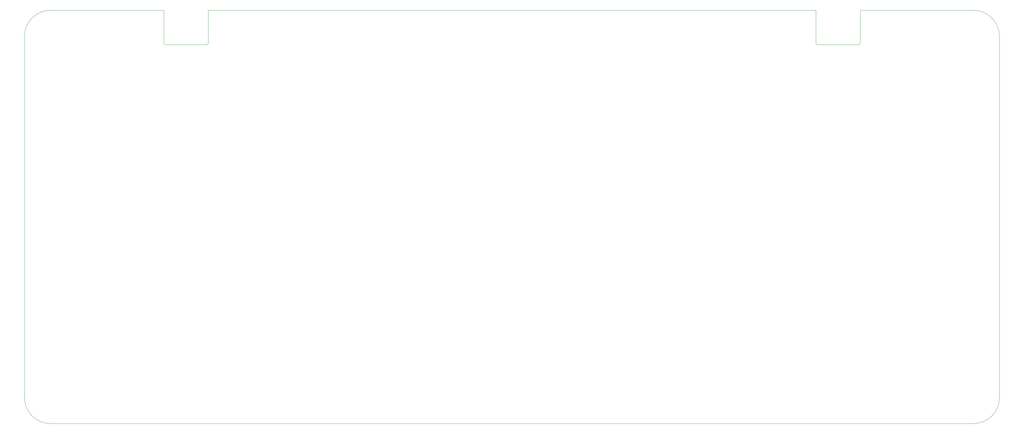
<source format=gbr>
G04 #@! TF.GenerationSoftware,KiCad,Pcbnew,5.1.9+dfsg1-1*
G04 #@! TF.CreationDate,2021-05-27T11:39:35-06:00*
G04 #@! TF.ProjectId,launch,6c61756e-6368-42e6-9b69-6361645f7063,rev?*
G04 #@! TF.SameCoordinates,Original*
G04 #@! TF.FileFunction,Profile,NP*
%FSLAX46Y46*%
G04 Gerber Fmt 4.6, Leading zero omitted, Abs format (unit mm)*
G04 Created by KiCad (PCBNEW 5.1.9+dfsg1-1) date 2021-05-27 11:39:35*
%MOMM*%
%LPD*%
G01*
G04 APERTURE LIST*
G04 #@! TA.AperFunction,Profile*
%ADD10C,0.050000*%
G04 #@! TD*
G04 APERTURE END LIST*
D10*
X243700000Y13000000D02*
X243700000Y10900000D01*
X257300000Y13000000D02*
X257300000Y10900000D01*
X57300000Y13000000D02*
X57300000Y10900000D01*
X43700000Y13000000D02*
X43700000Y10900000D01*
X257300000Y13000000D02*
X292000000Y13000000D01*
X9000000Y13000000D02*
X43700000Y13000000D01*
X300000000Y-106000000D02*
G75*
G02*
X292000000Y-114000000I-8000000J0D01*
G01*
X292000000Y13000000D02*
G75*
G02*
X300000000Y5000000I0J-8000000D01*
G01*
X9000000Y-114000000D02*
G75*
G02*
X1000000Y-106000000I0J8000000D01*
G01*
X1000000Y5000000D02*
G75*
G02*
X9000000Y13000000I8000000J0D01*
G01*
X1000000Y5000000D02*
X1000000Y-106000000D01*
X9000000Y-114000000D02*
X292000000Y-114000000D01*
X300000000Y5000000D02*
X300000000Y-106000000D01*
X57300000Y13000000D02*
X243700000Y13000000D01*
X57300000Y10900000D02*
X57300000Y2920000D01*
X56800000Y2420000D02*
X44200000Y2420000D01*
X43700000Y2920000D02*
X43700000Y10900000D01*
X44200000Y2420000D02*
G75*
G02*
X43700000Y2920000I0J500000D01*
G01*
X57300000Y2920000D02*
G75*
G02*
X56800000Y2420000I-500000J0D01*
G01*
X257300000Y10900000D02*
X257300000Y2920000D01*
X256800000Y2420000D02*
X244200000Y2420000D01*
X243700000Y2920000D02*
X243700000Y10900000D01*
X244200000Y2420000D02*
G75*
G02*
X243700000Y2920000I0J500000D01*
G01*
X257300000Y2920000D02*
G75*
G02*
X256800000Y2420000I-500000J0D01*
G01*
M02*

</source>
